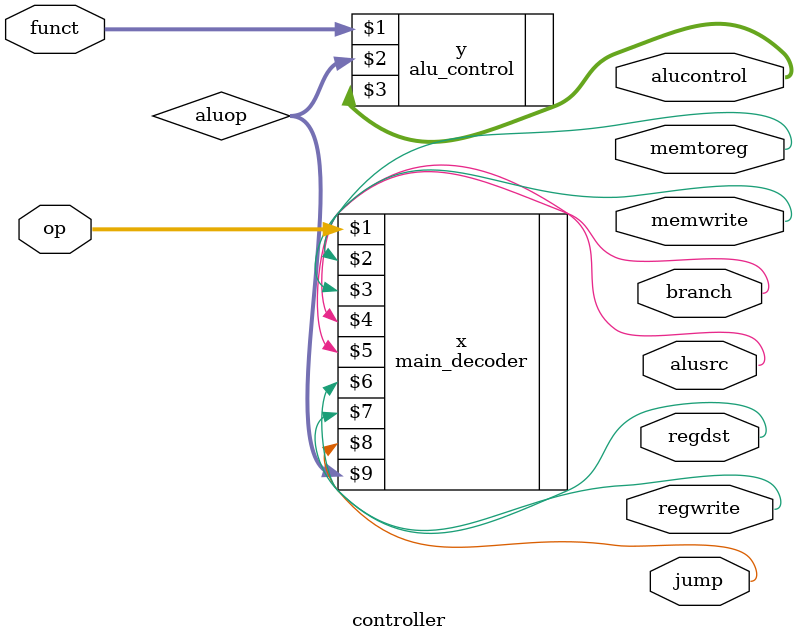
<source format=v>
`timescale 1ns / 1ps


module controller(op,funct,memtoreg,memwrite,branch,alusrc,regdst,regwrite,jump,alucontrol);
	input wire[5:0] op,funct;
	output wire memtoreg,memwrite,branch,alusrc,regdst,regwrite,jump;
	output wire[2:0] alucontrol;
	wire[1:0] aluop;

	main_decoder x(op,memtoreg,memwrite,branch,alusrc,regdst,regwrite,jump,aluop);
	alu_control y(funct,aluop,alucontrol);

endmodule

</source>
